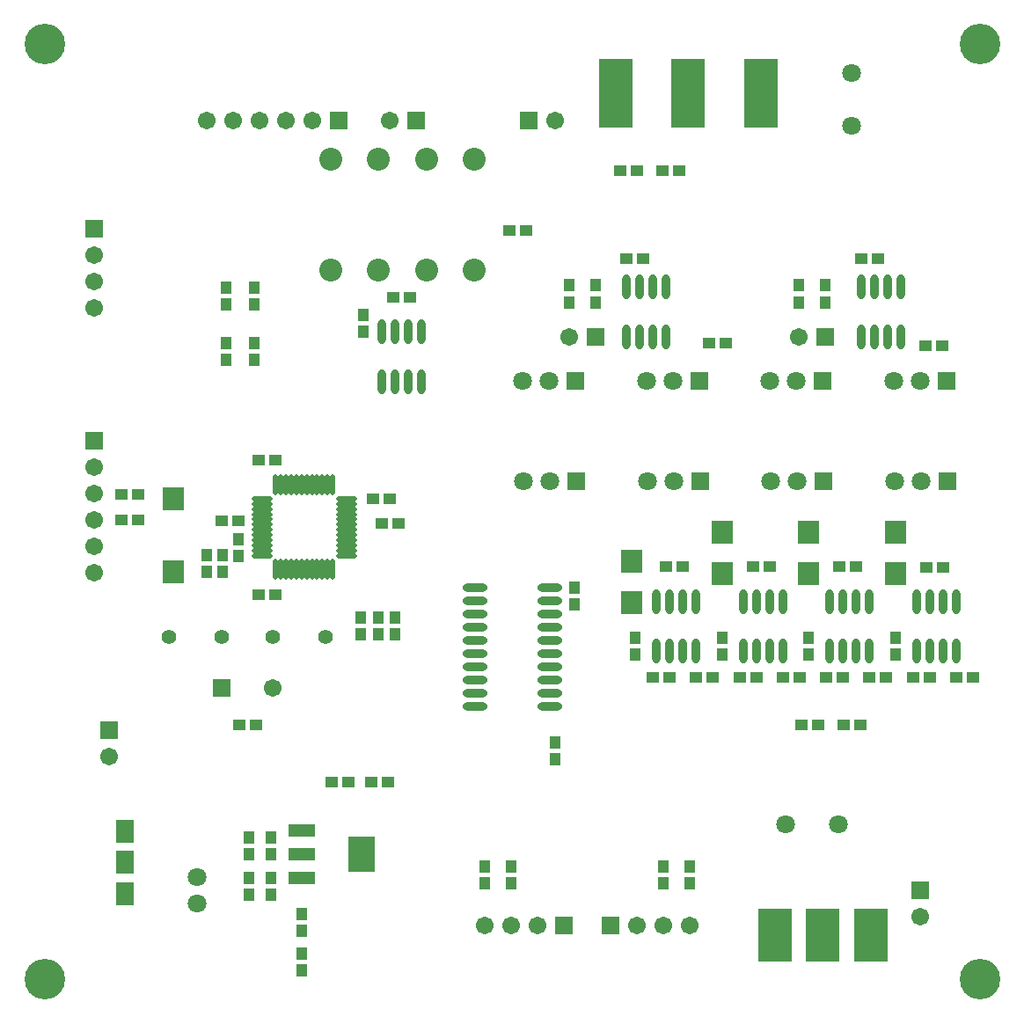
<source format=gts>
G04*
G04 #@! TF.GenerationSoftware,Altium Limited,Altium Designer,18.1.9 (240)*
G04*
G04 Layer_Color=8388736*
%FSLAX25Y25*%
%MOIN*%
G70*
G01*
G75*
%ADD28O,0.09453X0.03162*%
%ADD29R,0.10249X0.13792*%
%ADD30R,0.10249X0.04737*%
%ADD31R,0.04500X0.04000*%
%ADD32R,0.04000X0.04500*%
%ADD33O,0.03162X0.09461*%
%ADD34R,0.07887X0.08674*%
%ADD35O,0.01981X0.07887*%
%ADD36O,0.07887X0.01981*%
%ADD37O,0.15367X0.15367*%
%ADD38R,0.12611X0.26391*%
%ADD39C,0.06706*%
%ADD40R,0.06706X0.06706*%
%ADD41R,0.06706X0.06706*%
%ADD42R,0.07099X0.07099*%
%ADD43C,0.07099*%
%ADD44C,0.08674*%
%ADD45C,0.05524*%
%ADD46R,0.06706X0.06706*%
%ADD47C,0.06706*%
%ADD48R,0.07099X0.08674*%
%ADD49R,0.12611X0.20485*%
D28*
X211173Y128000D02*
D03*
Y123000D02*
D03*
X182827D02*
D03*
Y128000D02*
D03*
Y168000D02*
D03*
Y163000D02*
D03*
Y158000D02*
D03*
Y153000D02*
D03*
Y148000D02*
D03*
Y143000D02*
D03*
Y138000D02*
D03*
Y133000D02*
D03*
X211173D02*
D03*
Y138000D02*
D03*
Y143000D02*
D03*
Y148000D02*
D03*
Y153000D02*
D03*
Y158000D02*
D03*
Y163000D02*
D03*
Y168000D02*
D03*
D29*
X139917Y67055D02*
D03*
D30*
X117083Y58000D02*
D03*
Y67055D02*
D03*
Y76110D02*
D03*
D31*
X134900Y94500D02*
D03*
X128500D02*
D03*
X143500D02*
D03*
X149900D02*
D03*
X253600Y326000D02*
D03*
X260000D02*
D03*
X244000D02*
D03*
X237600D02*
D03*
X158200Y278000D02*
D03*
X151800D02*
D03*
X294333Y176000D02*
D03*
X287933D02*
D03*
X261500D02*
D03*
X255100D02*
D03*
X256500Y134000D02*
D03*
X250100D02*
D03*
X272900D02*
D03*
X266500D02*
D03*
X289333D02*
D03*
X282933D02*
D03*
X305733D02*
D03*
X299333D02*
D03*
X312850Y116001D02*
D03*
X306450D02*
D03*
X322167Y134000D02*
D03*
X315767D02*
D03*
X338567D02*
D03*
X332167D02*
D03*
X355000D02*
D03*
X348600D02*
D03*
X371400D02*
D03*
X365000D02*
D03*
X322333Y116000D02*
D03*
X328733D02*
D03*
X86600Y193500D02*
D03*
X93000D02*
D03*
X55200Y203500D02*
D03*
X48800D02*
D03*
X55200Y193600D02*
D03*
X48800D02*
D03*
X107173Y216500D02*
D03*
X100773D02*
D03*
X144000Y201827D02*
D03*
X150400D02*
D03*
X147300Y192500D02*
D03*
X153700D02*
D03*
X107173Y165500D02*
D03*
X100773D02*
D03*
X99700Y116000D02*
D03*
X93300D02*
D03*
X320767Y176000D02*
D03*
X327167D02*
D03*
X353600Y175673D02*
D03*
X360000D02*
D03*
X195800Y303500D02*
D03*
X202200D02*
D03*
X277667Y260700D02*
D03*
X271267D02*
D03*
X353267Y259800D02*
D03*
X359667D02*
D03*
X246400Y292700D02*
D03*
X240000D02*
D03*
X335567D02*
D03*
X329167D02*
D03*
D32*
X140500Y271400D02*
D03*
Y265000D02*
D03*
X99000Y260900D02*
D03*
Y254500D02*
D03*
X117083Y38100D02*
D03*
Y44500D02*
D03*
Y29500D02*
D03*
Y23100D02*
D03*
X105500Y67055D02*
D03*
Y73455D02*
D03*
Y58000D02*
D03*
Y51600D02*
D03*
X97000Y58000D02*
D03*
Y51600D02*
D03*
Y67055D02*
D03*
Y73455D02*
D03*
X228500Y276200D02*
D03*
Y282600D02*
D03*
X218500D02*
D03*
Y276200D02*
D03*
X315500D02*
D03*
Y282600D02*
D03*
X305500D02*
D03*
Y276200D02*
D03*
X243500Y149000D02*
D03*
Y142600D02*
D03*
X276333Y149000D02*
D03*
Y142600D02*
D03*
X342000Y149000D02*
D03*
Y142600D02*
D03*
X309167Y149000D02*
D03*
Y142600D02*
D03*
X88500Y275500D02*
D03*
Y281900D02*
D03*
X99000Y275500D02*
D03*
Y281900D02*
D03*
X88500Y260900D02*
D03*
Y254500D02*
D03*
X93000Y180173D02*
D03*
Y186573D02*
D03*
X87000Y180500D02*
D03*
Y174100D02*
D03*
X81000D02*
D03*
Y180500D02*
D03*
X152500Y150300D02*
D03*
Y156700D02*
D03*
X146055D02*
D03*
Y150300D02*
D03*
X139555Y156700D02*
D03*
Y150300D02*
D03*
X264000Y56000D02*
D03*
Y62400D02*
D03*
X254000Y56000D02*
D03*
Y62400D02*
D03*
X196500Y56000D02*
D03*
Y62400D02*
D03*
X186500Y56000D02*
D03*
Y62400D02*
D03*
X213000Y103100D02*
D03*
Y109500D02*
D03*
X220500Y168000D02*
D03*
Y161600D02*
D03*
D33*
X162500Y264949D02*
D03*
X157500D02*
D03*
X152500D02*
D03*
X147500D02*
D03*
X162500Y246051D02*
D03*
X157500D02*
D03*
X152500D02*
D03*
X147500D02*
D03*
X255000Y282098D02*
D03*
X250000D02*
D03*
X245000D02*
D03*
X240000D02*
D03*
X255000Y263200D02*
D03*
X250000D02*
D03*
X245000D02*
D03*
X240000D02*
D03*
X329167D02*
D03*
X334167D02*
D03*
X339167D02*
D03*
X344167D02*
D03*
X329167Y282098D02*
D03*
X334167D02*
D03*
X339167D02*
D03*
X344167D02*
D03*
X266500Y162898D02*
D03*
X261500D02*
D03*
X256500D02*
D03*
X251500D02*
D03*
X266500Y144000D02*
D03*
X261500D02*
D03*
X256500D02*
D03*
X251500D02*
D03*
X299333Y162898D02*
D03*
X294333D02*
D03*
X289333D02*
D03*
X284333D02*
D03*
X299333Y144000D02*
D03*
X294333D02*
D03*
X289333D02*
D03*
X284333D02*
D03*
X332167Y162898D02*
D03*
X327167D02*
D03*
X322167D02*
D03*
X317167D02*
D03*
X332167Y144000D02*
D03*
X327167D02*
D03*
X322167D02*
D03*
X317167D02*
D03*
X365000Y162898D02*
D03*
X360000D02*
D03*
X355000D02*
D03*
X350000D02*
D03*
X365000Y144000D02*
D03*
X360000D02*
D03*
X355000D02*
D03*
X350000D02*
D03*
D34*
X342000Y189248D02*
D03*
Y173500D02*
D03*
X309167Y189248D02*
D03*
Y173500D02*
D03*
X276333Y189248D02*
D03*
Y173500D02*
D03*
X68500Y174100D02*
D03*
Y201659D02*
D03*
X242000Y162500D02*
D03*
Y178248D02*
D03*
D35*
X107173Y175055D02*
D03*
X109142D02*
D03*
X111110D02*
D03*
X113079D02*
D03*
X115047D02*
D03*
X117016D02*
D03*
X118984D02*
D03*
X120953D02*
D03*
X122921D02*
D03*
X124890D02*
D03*
X126858D02*
D03*
X128827D02*
D03*
Y206945D02*
D03*
X126858D02*
D03*
X124890D02*
D03*
X122921D02*
D03*
X120953D02*
D03*
X118984D02*
D03*
X117016D02*
D03*
X115047D02*
D03*
X113079D02*
D03*
X111110D02*
D03*
X109142D02*
D03*
X107173D02*
D03*
D36*
X133945Y180173D02*
D03*
Y182142D02*
D03*
Y184110D02*
D03*
Y186079D02*
D03*
Y188047D02*
D03*
Y190016D02*
D03*
Y191984D02*
D03*
Y193953D02*
D03*
Y195921D02*
D03*
Y197890D02*
D03*
Y199858D02*
D03*
Y201827D02*
D03*
X102055D02*
D03*
Y199858D02*
D03*
Y197890D02*
D03*
Y195921D02*
D03*
Y193953D02*
D03*
Y191984D02*
D03*
Y190016D02*
D03*
Y188047D02*
D03*
Y186079D02*
D03*
Y184110D02*
D03*
Y182142D02*
D03*
Y180173D02*
D03*
D37*
X374016Y374016D02*
D03*
X19685Y374016D02*
D03*
X374016Y19685D02*
D03*
X19685D02*
D03*
D38*
X236000Y355500D02*
D03*
X263559D02*
D03*
X291118D02*
D03*
D39*
X213000Y345000D02*
D03*
X150500D02*
D03*
X81000D02*
D03*
X91000D02*
D03*
X101000D02*
D03*
X111000D02*
D03*
X121000D02*
D03*
X38500Y294200D02*
D03*
Y284200D02*
D03*
Y274200D02*
D03*
X305500Y263200D02*
D03*
X218500D02*
D03*
X206500Y40151D02*
D03*
X196500D02*
D03*
X186500D02*
D03*
X44000Y104000D02*
D03*
X351500Y43500D02*
D03*
X38500Y213600D02*
D03*
Y203600D02*
D03*
Y193600D02*
D03*
Y183600D02*
D03*
Y173600D02*
D03*
X264000Y40151D02*
D03*
X254000D02*
D03*
X244000D02*
D03*
D40*
X203000Y345000D02*
D03*
X160500D02*
D03*
X131000D02*
D03*
X315500Y263200D02*
D03*
X228500D02*
D03*
X216500Y40151D02*
D03*
X234000D02*
D03*
D41*
X38500Y304200D02*
D03*
X44000Y114000D02*
D03*
X351500Y53500D02*
D03*
X38500Y223600D02*
D03*
D42*
X361333Y246400D02*
D03*
X267667D02*
D03*
X361667Y208500D02*
D03*
X220833Y246400D02*
D03*
X314500D02*
D03*
X221167Y208500D02*
D03*
X268000D02*
D03*
X314833D02*
D03*
D43*
X351333Y246400D02*
D03*
X341333D02*
D03*
X257667D02*
D03*
X247667D02*
D03*
X351667Y208500D02*
D03*
X341667D02*
D03*
X77500Y58500D02*
D03*
Y48500D02*
D03*
X320500Y78500D02*
D03*
X300500D02*
D03*
X325500Y343000D02*
D03*
Y363000D02*
D03*
X200833Y246400D02*
D03*
X210833D02*
D03*
X294500D02*
D03*
X304500D02*
D03*
X201167Y208500D02*
D03*
X211167D02*
D03*
X248000D02*
D03*
X258000D02*
D03*
X294833D02*
D03*
X304833D02*
D03*
D44*
X164333Y330563D02*
D03*
Y288437D02*
D03*
X182500Y330563D02*
D03*
Y288437D02*
D03*
X146167Y330563D02*
D03*
Y288437D02*
D03*
X128000Y330563D02*
D03*
Y288437D02*
D03*
D45*
X86900Y149500D02*
D03*
X66900D02*
D03*
X106193D02*
D03*
X126193D02*
D03*
D46*
X86900Y130000D02*
D03*
D47*
X106100Y130000D02*
D03*
D48*
X50200Y52189D02*
D03*
Y64000D02*
D03*
Y75811D02*
D03*
D49*
X296300Y36500D02*
D03*
X314500D02*
D03*
X332800D02*
D03*
M02*

</source>
